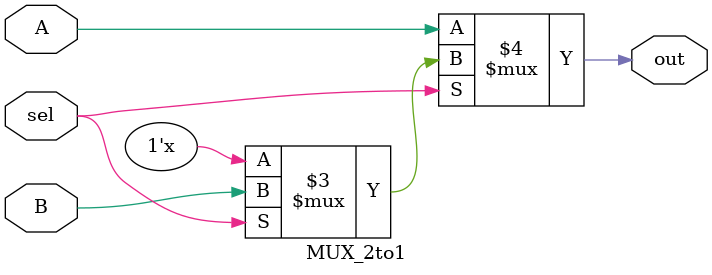
<source format=sv>
module MUX_2to1 (output wire out, input wire sel, A, B);
  
  assign out = (sel == 1'b0) ? A :
    (sel == 1'b1) ? B:
    1'bX;
    
  
endmodule
</source>
